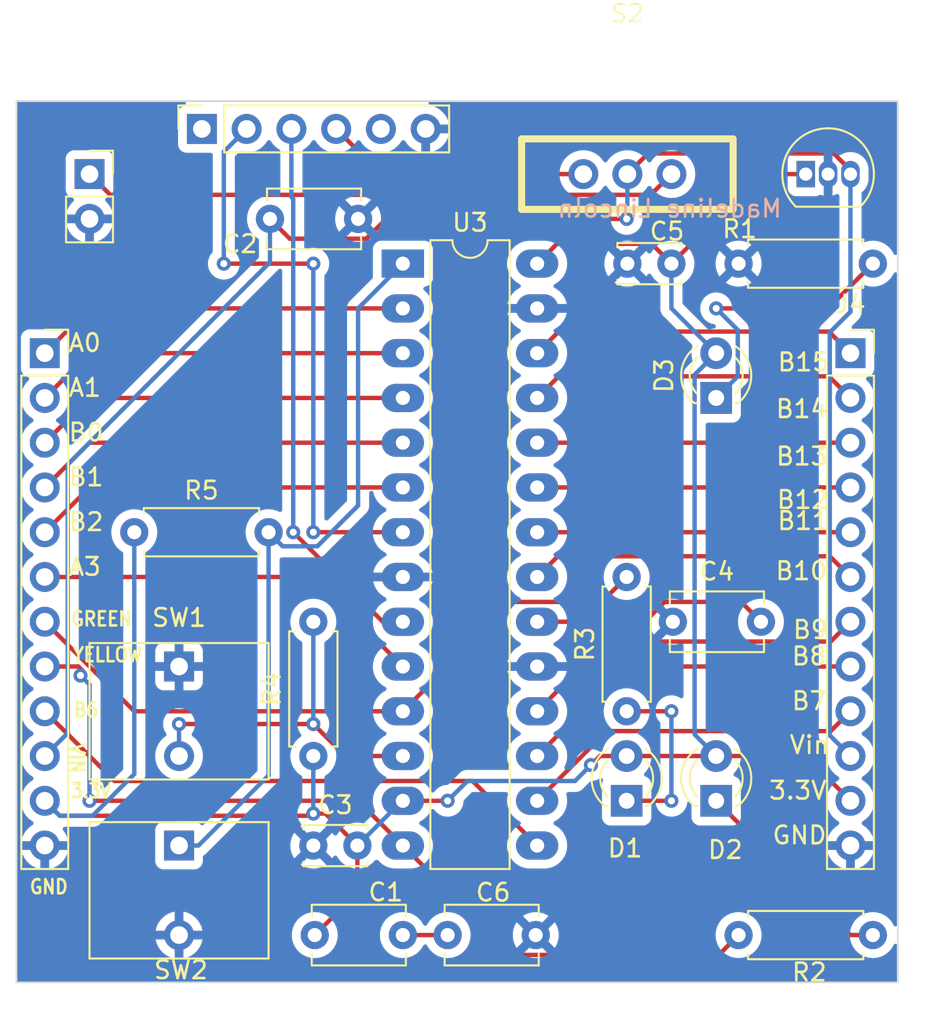
<source format=kicad_pcb>
(kicad_pcb (version 20221018) (generator pcbnew)
  (layers (0 "F.Cu" signal) (31 "B.Cu" signal) (34 "B.Paste" user) (35 "F.Paste" user) (36 "B.SilkS" user "B.Silkscreen") (37 "F.SilkS" user "F.Silkscreen") (38 "B.Mask" user) (39 "F.Mask" user) (44 "Edge.Cuts" user))
  (net 0 "")
  (net 1 "+3.3V")
  (net 2 "Net-(C1-Pad2)")
  (net 3 "/Vin")
  (net 4 "GND")
  (net 5 "Net-(U3-VCAP)")
  (net 6 "Net-(D1-K)")
  (net 7 "Net-(D2-K)")
  (net 8 "Net-(D3-K)")
  (net 10 "/U1TX")
  (net 11 "/U1RX")
  (net 12 "+5V")
  (net 14 "Net-(J2-Pin_1)")
  (net 15 "/A0")
  (net 16 "/A1")
  (net 17 "/B0")
  (net 18 "/B1")
  (net 19 "/B2")
  (net 20 "/A3")
  (net 21 "/GREEN")
  (net 22 "/YELLOW")
  (net 23 "/B6")
  (net 24 "/B15")
  (net 25 "/B14")
  (net 26 "/B13")
  (net 27 "/B12")
  (net 28 "/B11")
  (net 29 "/B10")
  (net 30 "/B9")
  (net 31 "/B8")
  (net 32 "/B7")
  (net 33 "/A4")
  (net 34 "Net-(U3-~{MCLR})")
  (footprint "Resistor_THT:R_Axial_DIN0207_L6.3mm_D2.5mm_P7.62mm_Horizontal" (layer "F.Cu") (at 106.68 124.46)
    (fp_text reference "R5" (at 3.81 -2.37) (layer "F.SilkS"))
    (fp_text value "10k")
    (fp_line (start 0.54 -1.37) (end 7.08 -1.37) (stroke (width 0.12)) (layer "F.SilkS"))
    (fp_line (start 0.54 -1.04) (end 0.54 -1.37) (stroke (width 0.12)) (layer "F.SilkS"))
    (fp_line (start 0.54 1.04) (end 0.54 1.37) (stroke (width 0.12)) (layer "F.SilkS"))
    (fp_line (start 0.54 1.37) (end 7.08 1.37) (stroke (width 0.12)) (layer "F.SilkS"))
    (fp_line (start 7.08 -1.37) (end 7.08 -1.04) (stroke (width 0.12)) (layer "F.SilkS"))
    (fp_line (start 7.08 1.37) (end 7.08 1.04) (stroke (width 0.12)) (layer "F.SilkS"))
    (pad "1" thru_hole circle (at 0 0) (size 1.6 1.6) (drill 0.8) (layers "*.Cu" "*.Mask") (net 1 "+3.3V"))
    (pad "2" thru_hole oval (at 7.62 0) (size 1.6 1.6) (drill 0.8) (layers "*.Cu" "*.Mask") (net 34 "Net-(U3-~{MCLR})"))
  )
  (footprint "Resistor_THT:R_Axial_DIN0207_L6.3mm_D2.5mm_P7.62mm_Horizontal" (layer "F.Cu") (at 134.62 134.62 90)
    (fp_text reference "R3" (at 3.81 -2.37 90) (layer "F.SilkS"))
    (fp_text value "330")
    (fp_line (start 0.54 -1.37) (end 7.08 -1.37) (stroke (width 0.12)) (layer "F.SilkS"))
    (fp_line (start 0.54 -1.04) (end 0.54 -1.37) (stroke (width 0.12)) (layer "F.SilkS"))
    (fp_line (start 0.54 1.04) (end 0.54 1.37) (stroke (width 0.12)) (layer "F.SilkS"))
    (fp_line (start 0.54 1.37) (end 7.08 1.37) (stroke (width 0.12)) (layer "F.SilkS"))
    (fp_line (start 7.08 -1.37) (end 7.08 -1.04) (stroke (width 0.12)) (layer "F.SilkS"))
    (fp_line (start 7.08 1.37) (end 7.08 1.04) (stroke (width 0.12)) (layer "F.SilkS"))
    (pad "1" thru_hole circle (at 0 0 90) (size 1.6 1.6) (drill 0.8) (layers "*.Cu" "*.Mask") (net 6 "Net-(D1-K)"))
    (pad "2" thru_hole oval (at 7.62 0 90) (size 1.6 1.6) (drill 0.8) (layers "*.Cu" "*.Mask") (net 21 "/GREEN"))
  )
  (footprint "Connector_PinSocket_2.54mm:PinSocket_1x06_P2.54mm_Vertical" (layer "F.Cu") (at 110.515 101.575 90)
    (fp_text reference "J1" hide)
    (fp_text value "CP2102")
    (fp_line (start -1.33 1.27) (end -1.33 14.03) (stroke (width 0.12)) (layer "F.SilkS"))
    (fp_line (start -1.33 1.27) (end 1.33 1.27) (stroke (width 0.12)) (layer "F.SilkS"))
    (fp_line (start -1.33 14.03) (end 1.33 14.03) (stroke (width 0.12)) (layer "F.SilkS"))
    (fp_line (start 0 -1.33) (end 1.33 -1.33) (stroke (width 0.12)) (layer "F.SilkS"))
    (fp_line (start 1.33 -1.33) (end 1.33 0) (stroke (width 0.12)) (layer "F.SilkS"))
    (fp_line (start 1.33 1.27) (end 1.33 14.03) (stroke (width 0.12)) (layer "F.SilkS"))
    (pad "1" thru_hole rect (at 0 0 90) (size 1.7 1.7) (drill 1) (layers "*.Cu" "*.Mask"))
    (pad "2" thru_hole oval (at 0 2.54 90) (size 1.7 1.7) (drill 1) (layers "*.Cu" "*.Mask") (net 10 "/U1TX"))
    (pad "3" thru_hole oval (at 0 5.08 90) (size 1.7 1.7) (drill 1) (layers "*.Cu" "*.Mask") (net 11 "/U1RX"))
    (pad "4" thru_hole oval (at 0 7.62 90) (size 1.7 1.7) (drill 1) (layers "*.Cu" "*.Mask") (net 12 "+5V"))
    (pad "5" thru_hole oval (at 0 10.16 90) (size 1.7 1.7) (drill 1) (layers "*.Cu" "*.Mask"))
    (pad "6" thru_hole oval (at 0 12.7 90) (size 1.7 1.7) (drill 1) (layers "*.Cu" "*.Mask") (net 4 "GND"))
  )
  (footprint "Capacitor_THT:C_Disc_D5.1mm_W3.2mm_P5.00mm" (layer "F.Cu") (at 124.46 147.32)
    (fp_text reference "C6" (at 2.584676 -2.418981) (layer "F.SilkS"))
    (fp_text value "1uF")
    (fp_line (start -0.17 -1.721) (end -0.17 -1.055) (stroke (width 0.12)) (layer "F.SilkS"))
    (fp_line (start -0.17 -1.721) (end 5.17 -1.721) (stroke (width 0.12)) (layer "F.SilkS"))
    (fp_line (start -0.17 1.055) (end -0.17 1.721) (stroke (width 0.12)) (layer "F.SilkS"))
    (fp_line (start -0.17 1.721) (end 5.17 1.721) (stroke (width 0.12)) (layer "F.SilkS"))
    (fp_line (start 5.17 -1.721) (end 5.17 -1.055) (stroke (width 0.12)) (layer "F.SilkS"))
    (fp_line (start 5.17 1.055) (end 5.17 1.721) (stroke (width 0.12)) (layer "F.SilkS"))
    (pad "1" thru_hole circle (at 0 0) (size 1.6 1.6) (drill 0.8) (layers "*.Cu" "*.Mask") (net 2 "Net-(C1-Pad2)"))
    (pad "2" thru_hole circle (at 5 0) (size 1.6 1.6) (drill 0.8) (layers "*.Cu" "*.Mask") (net 4 "GND"))
  )
  (footprint "Capacitor_THT:C_Disc_D5.1mm_W3.2mm_P5.00mm" (layer "F.Cu") (at 116.92 147.32)
    (fp_text reference "C1" (at 4.028311 -2.434108) (layer "F.SilkS"))
    (fp_text value "1uF")
    (fp_line (start -0.17 -1.721) (end -0.17 -1.055) (stroke (width 0.12)) (layer "F.SilkS"))
    (fp_line (start -0.17 -1.721) (end 5.17 -1.721) (stroke (width 0.12)) (layer "F.SilkS"))
    (fp_line (start -0.17 1.055) (end -0.17 1.721) (stroke (width 0.12)) (layer "F.SilkS"))
    (fp_line (start -0.17 1.721) (end 5.17 1.721) (stroke (width 0.12)) (layer "F.SilkS"))
    (fp_line (start 5.17 -1.721) (end 5.17 -1.055) (stroke (width 0.12)) (layer "F.SilkS"))
    (fp_line (start 5.17 1.055) (end 5.17 1.721) (stroke (width 0.12)) (layer "F.SilkS"))
    (pad "1" thru_hole circle (at 0 0) (size 1.6 1.6) (drill 0.8) (layers "*.Cu" "*.Mask") (net 1 "+3.3V"))
    (pad "2" thru_hole circle (at 5 0) (size 1.6 1.6) (drill 0.8) (layers "*.Cu" "*.Mask") (net 2 "Net-(C1-Pad2)"))
  )
  (footprint "Resistor_THT:R_Axial_DIN0207_L6.3mm_D2.5mm_P7.62mm_Horizontal" (layer "F.Cu") (at 140.97 109.22)
    (fp_text reference "R1" (at 0.059803 -1.965864) (layer "F.SilkS"))
    (fp_text value "330")
    (fp_line (start 0.54 -1.37) (end 7.08 -1.37) (stroke (width 0.12)) (layer "F.SilkS"))
    (fp_line (start 0.54 -1.04) (end 0.54 -1.37) (stroke (width 0.12)) (layer "F.SilkS"))
    (fp_line (start 0.54 1.04) (end 0.54 1.37) (stroke (width 0.12)) (layer "F.SilkS"))
    (fp_line (start 0.54 1.37) (end 7.08 1.37) (stroke (width 0.12)) (layer "F.SilkS"))
    (fp_line (start 7.08 -1.37) (end 7.08 -1.04) (stroke (width 0.12)) (layer "F.SilkS"))
    (fp_line (start 7.08 1.37) (end 7.08 1.04) (stroke (width 0.12)) (layer "F.SilkS"))
    (pad "1" thru_hole circle (at 0 0) (size 1.6 1.6) (drill 0.8) (layers "*.Cu" "*.Mask") (net 4 "GND"))
    (pad "2" thru_hole oval (at 7.62 0) (size 1.6 1.6) (drill 0.8) (layers "*.Cu" "*.Mask") (net 8 "Net-(D3-K)"))
  )
  (footprint "pic32board:push_button" (layer "F.Cu") (at 109.22 142.24)
    (fp_text reference "SW2" (at 0.106598 7.063109) (layer "F.SilkS"))
    (fp_text value "SW_Push")
    (fp_line (start -5.08 -1.33) (end -5.08 6.41) (stroke (width 0.12)) (layer "F.SilkS"))
    (fp_line (start -5.08 -1.33) (end 5.08 -1.33) (stroke (width 0.12)) (layer "F.SilkS"))
    (fp_line (start -5.08 6.41) (end 5.08 6.41) (stroke (width 0.12)) (layer "F.SilkS"))
    (fp_line (start 0 -1.33) (end 1.33 -1.33) (stroke (width 0.12)) (layer "F.SilkS"))
    (fp_line (start 5.08 -1.33) (end 5.08 6.41) (stroke (width 0.12)) (layer "F.SilkS"))
    (pad "1" thru_hole rect (at 0 0) (size 1.7 1.7) (drill 1) (layers "*.Cu" "*.Mask") (net 34 "Net-(U3-~{MCLR})"))
    (pad "2" thru_hole oval (at 0 5.08) (size 1.7 1.7) (drill 1) (layers "*.Cu" "*.Mask") (net 4 "GND"))
  )
  (footprint "LED_THT:LED_D3.0mm" (layer "F.Cu") (at 139.7 139.7 90)
    (fp_text reference "D2" (at -2.783452 0.516452 180) (layer "F.SilkS"))
    (fp_text value "YELLOW")
    (fp_line (start -0.29 -1.236) (end -0.29 -1.08) (stroke (width 0.12)) (layer "F.SilkS"))
    (fp_line (start -0.29 1.08) (end -0.29 1.236) (stroke (width 0.12)) (layer "F.SilkS"))
    (fp_arc (start -0.29 -1.235516) (mid 1.366487 -1.987659) (end 2.942335 -1.078608) (stroke (width 0.12)) (layer "F.SilkS"))
    (fp_arc (start 0.229039 -1.08) (mid 1.270117 -1.5) (end 2.31113 -1.079837) (stroke (width 0.12)) (layer "F.SilkS"))
    (fp_arc (start 2.31113 1.079837) (mid 1.270117 1.5) (end 0.229039 1.08) (stroke (width 0.12)) (layer "F.SilkS"))
    (fp_arc (start 2.942335 1.078608) (mid 1.366487 1.987659) (end -0.29 1.235516) (stroke (width 0.12)) (layer "F.SilkS"))
    (pad "1" thru_hole rect (at 0 0 90) (size 1.8 1.8) (drill 0.9) (layers "*.Cu" "*.Mask") (net 7 "Net-(D2-K)"))
    (pad "2" thru_hole circle (at 2.54 0 90) (size 1.8 1.8) (drill 0.9) (layers "*.Cu" "*.Mask") (net 1 "+3.3V"))
  )
  (footprint "Capacitor_THT:C_Disc_D3.4mm_W2.1mm_P2.50mm" (layer "F.Cu") (at 134.66 109.22)
    (fp_text reference "C5" (at 2.249288 -1.834053) (layer "F.SilkS"))
    (fp_text value "0.1uF")
    (fp_line (start -0.57 -1.17) (end -0.57 -0.925) (stroke (width 0.12)) (layer "F.SilkS"))
    (fp_line (start -0.57 -1.17) (end 3.07 -1.17) (stroke (width 0.12)) (layer "F.SilkS"))
    (fp_line (start -0.57 0.925) (end -0.57 1.17) (stroke (width 0.12)) (layer "F.SilkS"))
    (fp_line (start -0.57 1.17) (end 3.07 1.17) (stroke (width 0.12)) (layer "F.SilkS"))
    (fp_line (start 3.07 -1.17) (end 3.07 -0.925) (stroke (width 0.12)) (layer "F.SilkS"))
    (fp_line (start 3.07 0.925) (end 3.07 1.17) (stroke (width 0.12)) (layer "F.SilkS"))
    (pad "1" thru_hole circle (at 0 0) (size 1.6 1.6) (drill 0.8) (layers "*.Cu" "*.Mask") (net 4 "GND"))
    (pad "2" thru_hole circle (at 2.5 0) (size 1.6 1.6) (drill 0.8) (layers "*.Cu" "*.Mask") (net 1 "+3.3V"))
  )
  (footprint "Package_TO_SOT_THT:TO-92_Inline" (layer "F.Cu") (at 144.78 104.14)
    (fp_text reference "U2" hide)
    (fp_text value "AP7381")
    (fp_line (start -0.53 1.85) (end 3.07 1.85) (stroke (width 0.12)) (layer "F.SilkS"))
    (fp_arc (start -0.568478 1.838478) (mid -1.132087 -0.994977) (end 1.27 -2.6) (stroke (width 0.12)) (layer "F.SilkS"))
    (fp_arc (start 1.27 -2.6) (mid 3.672087 -0.994977) (end 3.108478 1.838478) (stroke (width 0.12)) (layer "F.SilkS"))
    (pad "1" thru_hole rect (at 0 0) (size 1.05 1.5) (drill 0.75) (layers "*.Cu" "*.Mask") (net 1 "+3.3V"))
    (pad "2" thru_hole oval (at 1.27 0) (size 1.05 1.5) (drill 0.75) (layers "*.Cu" "*.Mask") (net 4 "GND"))
    (pad "3" thru_hole oval (at 2.54 0) (size 1.05 1.5) (drill 0.75) (layers "*.Cu" "*.Mask") (net 3 "/Vin"))
  )
  (footprint "LED_THT:LED_D3.0mm" (layer "F.Cu") (at 134.62 139.7 90)
    (fp_text reference "D1" (at -2.692687 -0.091472 180) (layer "F.SilkS"))
    (fp_text value "GREEN")
    (fp_line (start -0.29 -1.236) (end -0.29 -1.08) (stroke (width 0.12)) (layer "F.SilkS"))
    (fp_line (start -0.29 1.08) (end -0.29 1.236) (stroke (width 0.12)) (layer "F.SilkS"))
    (fp_arc (start -0.29 -1.235516) (mid 1.366487 -1.987659) (end 2.942335 -1.078608) (stroke (width 0.12)) (layer "F.SilkS"))
    (fp_arc (start 0.229039 -1.08) (mid 1.270117 -1.5) (end 2.31113 -1.079837) (stroke (width 0.12)) (layer "F.SilkS"))
    (fp_arc (start 2.31113 1.079837) (mid 1.270117 1.5) (end 0.229039 1.08) (stroke (width 0.12)) (layer "F.SilkS"))
    (fp_arc (start 2.942335 1.078608) (mid 1.366487 1.987659) (end -0.29 1.235516) (stroke (width 0.12)) (layer "F.SilkS"))
    (pad "1" thru_hole rect (at 0 0 90) (size 1.8 1.8) (drill 0.9) (layers "*.Cu" "*.Mask") (net 6 "Net-(D1-K)"))
    (pad "2" thru_hole circle (at 2.54 0 90) (size 1.8 1.8) (drill 0.9) (layers "*.Cu" "*.Mask") (net 1 "+3.3V"))
  )
  (footprint "Connector_PinSocket_2.54mm:PinSocket_1x12_P2.54mm_Vertical" (layer "F.Cu") (at 147.32 114.3)
    (fp_text reference "J4" (at 0 -2.77) (layer "F.SilkS"))
    (fp_text value "RIGHT")
    (fp_line (start -1.33 1.27) (end -1.33 29.27) (stroke (width 0.12)) (layer "F.SilkS"))
    (fp_line (start -1.33 1.27) (end 1.33 1.27) (stroke (width 0.12)) (layer "F.SilkS"))
    (fp_line (start -1.33 29.27) (end 1.33 29.27) (stroke (width 0.12)) (layer "F.SilkS"))
    (fp_line (start 0 -1.33) (end 1.33 -1.33) (stroke (width 0.12)) (layer "F.SilkS"))
    (fp_line (start 1.33 -1.33) (end 1.33 0) (stroke (width 0.12)) (layer "F.SilkS"))
    (fp_line (start 1.33 1.27) (end 1.33 29.27) (stroke (width 0.12)) (layer "F.SilkS"))
    (pad "1" thru_hole rect (at 0 0) (size 1.7 1.7) (drill 1) (layers "*.Cu" "*.Mask") (net 24 "/B15"))
    (pad "2" thru_hole oval (at 0 2.54) (size 1.7 1.7) (drill 1) (layers "*.Cu" "*.Mask") (net 25 "/B14"))
    (pad "3" thru_hole oval (at 0 5.08) (size 1.7 1.7) (drill 1) (layers "*.Cu" "*.Mask") (net 26 "/B13"))
    (pad "4" thru_hole oval (at 0 7.62) (size 1.7 1.7) (drill 1) (layers "*.Cu" "*.Mask") (net 27 "/B12"))
    (pad "5" thru_hole oval (at 0 10.16) (size 1.7 1.7) (drill 1) (layers "*.Cu" "*.Mask") (net 28 "/B11"))
    (pad "6" thru_hole oval (at 0 12.7) (size 1.7 1.7) (drill 1) (layers "*.Cu" "*.Mask") (net 29 "/B10"))
    (pad "7" thru_hole oval (at 0 15.24) (size 1.7 1.7) (drill 1) (layers "*.Cu" "*.Mask") (net 30 "/B9"))
    (pad "8" thru_hole oval (at 0 17.78) (size 1.7 1.7) (drill 1) (layers "*.Cu" "*.Mask") (net 31 "/B8"))
    (pad "9" thru_hole oval (at 0 20.32) (size 1.7 1.7) (drill 1) (layers "*.Cu" "*.Mask") (net 32 "/B7"))
    (pad "10" thru_hole oval (at 0 22.86) (size 1.7 1.7) (drill 1) (layers "*.Cu" "*.Mask") (net 3 "/Vin"))
    (pad "11" thru_hole oval (at 0 25.4) (size 1.7 1.7) (drill 1) (layers "*.Cu" "*.Mask") (net 1 "+3.3V"))
    (pad "12" thru_hole oval (at 0 27.94) (size 1.7 1.7) (drill 1) (layers "*.Cu" "*.Mask") (net 4 "GND"))
  )
  (footprint "Connector_PinSocket_2.54mm:PinSocket_1x12_P2.54mm_Vertical" (layer "F.Cu") (at 101.6 114.3)
    (fp_text reference "J3" hide)
    (fp_text value "LEFT")
    (fp_line (start -1.33 1.27) (end -1.33 29.27) (stroke (width 0.12)) (layer "F.SilkS"))
    (fp_line (start -1.33 1.27) (end 1.33 1.27) (stroke (width 0.12)) (layer "F.SilkS"))
    (fp_line (start -1.33 29.27) (end 1.33 29.27) (stroke (width 0.12)) (layer "F.SilkS"))
    (fp_line (start 0 -1.33) (end 1.33 -1.33) (stroke (width 0.12)) (layer "F.SilkS"))
    (fp_line (start 1.33 -1.33) (end 1.33 0) (stroke (width 0.12)) (layer "F.SilkS"))
    (fp_line (start 1.33 1.27) (end 1.33 29.27) (stroke (width 0.12)) (layer "F.SilkS"))
    (pad "1" thru_hole rect (at 0 0) (size 1.7 1.7) (drill 1) (layers "*.Cu" "*.Mask") (net 15 "/A0"))
    (pad "2" thru_hole oval (at 0 2.54) (size 1.7 1.7) (drill 1) (layers "*.Cu" "*.Mask") (net 16 "/A1"))
    (pad "3" thru_hole oval (at 0 5.08) (size 1.7 1.7) (drill 1) (layers "*.Cu" "*.Mask") (net 17 "/B0"))
    (pad "4" thru_hole oval (at 0 7.62) (size 1.7 1.7) (drill 1) (layers "*.Cu" "*.Mask") (net 18 "/B1"))
    (pad "5" thru_hole oval (at 0 10.16) (size 1.7 1.7) (drill 1) (layers "*.Cu" "*.Mask") (net 19 "/B2"))
    (pad "6" thru_hole oval (at 0 12.7) (size 1.7 1.7) (drill 1) (layers "*.Cu" "*.Mask") (net 20 "/A3"))
    (pad "7" thru_hole oval (at 0 15.24) (size 1.7 1.7) (drill 1) (layers "*.Cu" "*.Mask") (net 21 "/GREEN"))
    (pad "8" thru_hole oval (at 0 17.78) (size 1.7 1.7) (drill 1) (layers "*.Cu" "*.Mask") (net 22 "/YELLOW"))
    (pad "9" thru_hole oval (at 0 20.32) (size 1.7 1.7) (drill 1) (layers "*.Cu" "*.Mask") (net 23 "/B6"))
    (pad "10" thru_hole oval (at 0 22.86) (size 1.7 1.7) (drill 1) (layers "*.Cu" "*.Mask") (net 3 "/Vin"))
    (pad "11" thru_hole oval (at 0 25.4) (size 1.7 1.7) (drill 1) (layers "*.Cu" "*.Mask") (net 1 "+3.3V"))
    (pad "12" thru_hole oval (at 0 27.94) (size 1.7 1.7) (drill 1) (layers "*.Cu" "*.Mask") (net 4 "GND"))
  )
  (footprint "Resistor_THT:R_Axial_DIN0207_L6.3mm_D2.5mm_P7.62mm_Horizontal" (layer "F.Cu") (at 148.59 147.32 180)
    (fp_text reference "R2" (at 3.604367 -2.109573) (layer "F.SilkS"))
    (fp_text value "330")
    (fp_line (start 0.54 -1.37) (end 7.08 -1.37) (stroke (width 0.12)) (layer "F.SilkS"))
    (fp_line (start 0.54 -1.04) (end 0.54 -1.37) (stroke (width 0.12)) (layer "F.SilkS"))
    (fp_line (start 0.54 1.04) (end 0.54 1.37) (stroke (width 0.12)) (layer "F.SilkS"))
    (fp_line (start 0.54 1.37) (end 7.08 1.37) (stroke (width 0.12)) (layer "F.SilkS"))
    (fp_line (start 7.08 -1.37) (end 7.08 -1.04) (stroke (width 0.12)) (layer "F.SilkS"))
    (fp_line (start 7.08 1.37) (end 7.08 1.04) (stroke (width 0.12)) (layer "F.SilkS"))
    (pad "1" thru_hole circle (at 0 0 180) (size 1.6 1.6) (drill 0.8) (layers "*.Cu" "*.Mask") (net 7 "Net-(D2-K)"))
    (pad "2" thru_hole oval (at 7.62 0 180) (size 1.6 1.6) (drill 0.8) (layers "*.Cu" "*.Mask") (net 22 "/YELLOW"))
  )
  (footprint "Capacitor_THT:C_Disc_D3.4mm_W2.1mm_P2.50mm" (layer "F.Cu") (at 116.84 142.24)
    (fp_text reference "C3" (at 1.25 -2.3) (layer "F.SilkS"))
    (fp_text value "0.1uF")
    (fp_line (start -0.57 -1.17) (end -0.57 -0.925) (stroke (width 0.12)) (layer "F.SilkS"))
    (fp_line (start -0.57 -1.17) (end 3.07 -1.17) (stroke (width 0.12)) (layer "F.SilkS"))
    (fp_line (start -0.57 0.925) (end -0.57 1.17) (stroke (width 0.12)) (layer "F.SilkS"))
    (fp_line (start -0.57 1.17) (end 3.07 1.17) (stroke (width 0.12)) (layer "F.SilkS"))
    (fp_line (start 3.07 -1.17) (end 3.07 -0.925) (stroke (width 0.12)) (layer "F.SilkS"))
    (fp_line (start 3.07 0.925) (end 3.07 1.17) (stroke (width 0.12)) (layer "F.SilkS"))
    (pad "1" thru_hole circle (at 0 0) (size 1.6 1.6) (drill 0.8) (layers "*.Cu" "*.Mask") (net 4 "GND"))
    (pad "2" thru_hole circle (at 2.5 0) (size 1.6 1.6) (drill 0.8) (layers "*.Cu" "*.Mask") (net 1 "+3.3V"))
  )
  (footprint "Resistor_THT:R_Axial_DIN0207_L6.3mm_D2.5mm_P7.62mm_Horizontal" (layer "F.Cu") (at 116.84 137.16 90)
    (fp_text reference "R4" (at 3.81 -2.37 90) (layer "F.SilkS"))
    (fp_text value "10k")
    (fp_line (start 0.54 -1.37) (end 7.08 -1.37) (stroke (width 0.12)) (layer "F.SilkS"))
    (fp_line (start 0.54 -1.04) (end 0.54 -1.37) (stroke (width 0.12)) (layer "F.SilkS"))
    (fp_line (start 0.54 1.04) (end 0.54 1.37) (stroke (width 0.12)) (layer "F.SilkS"))
    (fp_line (start 0.54 1.37) (end 7.08 1.37) (stroke (width 0.12)) (layer "F.SilkS"))
    (fp_line (start 7.08 -1.37) (end 7.08 -1.04) (stroke (width 0.12)) (layer "F.SilkS"))
    (fp_line (start 7.08 1.37) (end 7.08 1.04) (stroke (width 0.12)) (layer "F.SilkS"))
    (pad "1" thru_hole circle (at 0 0 90) (size 1.6 1.6) (drill 0.8) (layers "*.Cu" "*.Mask") (net 1 "+3.3V"))
    (pad "2" thru_hole oval (at 7.62 0 90) (size 1.6 1.6) (drill 0.8) (layers "*.Cu" "*.Mask") (net 33 "/A4"))
  )
  (footprint "pic32board:slideswitch" (layer "F.Cu") (at 134.66 104.14)
    (fp_text reference "S2" (at 0 -9.12 unlocked) (layer "F.SilkS") (effects (font (thickness 0.1))))
    (fp_text value "Slide Switch" hide)
    (fp_line (start -6 -2) (end -6 2) (stroke (width 0.4)) (layer "F.SilkS"))
    (fp_line (start -6 2) (end 6 2) (stroke (width 0.4)) (layer "F.SilkS"))
    (fp_line (start 6 -2) (end -6 -2) (stroke (width 0.4)) (layer "F.SilkS"))
    (fp_line (start 6 2) (end 6 -2) (stroke (width 0.4)) (layer "F.SilkS"))
    (pad "1" thru_hole circle (at -2.5 0) (size 1.7 1.7) (drill 1) (layers "*.Cu" "*.Mask") (net 12 "+5V"))
    (pad "2" thru_hole circle (at 0 0) (size 1.7 1.7) (drill 1) (layers "*.Cu" "*.Mask") (net 3 "/Vin"))
    (pad "3" thru_hole circle (at 2.5 0) (size 1.7 1.7) (drill 1) (layers "*.Cu" "*.Mask") (net 14 "Net-(J2-Pin_1)"))
  )
  (footprint "Capacitor_THT:C_Disc_D5.1mm_W3.2mm_P5.00mm" (layer "F.Cu") (at 137.24 129.54)
    (fp_text reference "C4" (at 2.5 -2.85) (layer "F.SilkS"))
    (fp_text value "1uF")
    (fp_line (start -0.17 -1.721) (end -0.17 -1.055) (stroke (width 0.12)) (layer "F.SilkS"))
    (fp_line (start -0.17 -1.721) (end 5.17 -1.721) (stroke (width 0.12)) (layer "F.SilkS"))
    (fp_line (start -0.17 1.055) (end -0.17 1.721) (stroke (width 0.12)) (layer "F.SilkS"))
    (fp_line (start -0.17 1.721) (end 5.17 1.721) (stroke (width 0.12)) (layer "F.SilkS"))
    (fp_line (start 5.17 -1.721) (end 5.17 -1.055) (stroke (width 0.12)) (layer "F.SilkS"))
    (fp_line (start 5.17 1.055) (end 5.17 1.721) (stroke (width 0.12)) (layer "F.SilkS"))
    (pad "1" thru_hole circle (at 0 0) (size 1.6 1.6) (drill 0.8) (layers "*.Cu" "*.Mask") (net 4 "GND"))
    (pad "2" thru_hole circle (at 5 0) (size 1.6 1.6) (drill 0.8) (layers "*.Cu" "*.Mask") (net 5 "Net-(U3-VCAP)"))
  )
  (footprint "Connector_PinSocket_2.54mm:PinSocket_1x02_P2.54mm_Vertical" (layer "F.Cu") (at 104.14 104.14)
    (fp_text reference "J2" hide)
    (fp_text value "Battery")
    (fp_line (start -1.33 1.27) (end -1.33 3.87) (stroke (width 0.12)) (layer "F.SilkS"))
    (fp_line (start -1.33 1.27) (end 1.33 1.27) (stroke (width 0.12)) (layer "F.SilkS"))
    (fp_line (start -1.33 3.87) (end 1.33 3.87) (stroke (width 0.12)) (layer "F.SilkS"))
    (fp_line (start 0 -1.33) (end 1.33 -1.33) (stroke (width 0.12)) (layer "F.SilkS"))
    (fp_line (start 1.33 -1.33) (end 1.33 0) (stroke (width 0.12)) (layer "F.SilkS"))
    (fp_line (start 1.33 1.27) (end 1.33 3.87) (stroke (width 0.12)) (layer "F.SilkS"))
    (pad "1" thru_hole rect (at 0 0) (size 1.7 1.7) (drill 1) (layers "*.Cu" "*.Mask") (net 14 "Net-(J2-Pin_1)"))
    (pad "2" thru_hole oval (at 0 2.54) (size 1.7 1.7) (drill 1) (layers "*.Cu" "*.Mask") (net 4 "GND"))
  )
  (footprint "pic32board:push_button" (layer "F.Cu") (at 109.22 132.08)
    (fp_text reference "SW1" (at 0 -2.77) (layer "F.SilkS"))
    (fp_text value "SW_Push")
    (fp_line (start -5.08 -1.33) (end -5.08 6.41) (stroke (width 0.12)) (layer "F.SilkS"))
    (fp_line (start -5.08 -1.33) (end 5.08 -1.33) (stroke (width 0.12)) (layer "F.SilkS"))
    (fp_line (start -5.08 6.41) (end 5.08 6.41) (stroke (width 0.12)) (layer "F.SilkS"))
    (fp_line (start 0 -1.33) (end 1.33 -1.33) (stroke (width 0.12)) (layer "F.SilkS"))
    (fp_line (start 5.08 -1.33) (end 5.08 6.41) (stroke (width 0.12)) (layer "F.SilkS"))
    (pad "1" thru_hole rect (at 0 0) (size 1.7 1.7) (drill 1) (layers "*.Cu" "*.Mask") (net 4 "GND"))
    (pad "2" thru_hole oval (at 0 5.08) (size 1.7 1.7) (drill 1) (layers "*.Cu" "*.Mask") (net 33 "/A4"))
  )
  (footprint "LED_THT:LED_D3.0mm" (layer "F.Cu") (at 139.7 116.84 90)
    (fp_text reference "D3" (at 1.27 -2.96 90) (layer "F.SilkS"))
    (fp_text value "RED LED")
    (fp_line (start -0.29 -1.236) (end -0.29 -1.08) (stroke (width 0.12)) (layer "F.SilkS"))
    (fp_line (start -0.29 1.08) (end -0.29 1.236) (stroke (width 0.12)) (layer "F.SilkS"))
    (fp_arc (start -0.29 -1.235516) (mid 1.366487 -1.987659) (end 2.942335 -1.078608) (stroke (width 0.12)) (layer "F.SilkS"))
    (fp_arc (start 0.229039 -1.08) (mid 1.270117 -1.5) (end 2.31113 -1.079837) (stroke (width 0.12)) (layer "F.SilkS"))
    (fp_arc (start 2.31113 1.079837) (mid 1.270117 1.5) (end 0.229039 1.08) (stroke (width 0.12)) (layer "F.SilkS"))
    (fp_arc (start 2.942335 1.078608) (mid 1.366487 1.987659) (end -0.29 1.235516) (stroke (width 0.12)) (layer "F.SilkS"))
    (pad "1" thru_hole rect (at 0 0 90) (size 1.8 1.8) (drill 0.9) (layers "*.Cu" "*.Mask") (net 8 "Net-(D3-K)"))
    (pad "2" thru_hole circle (at 2.54 0 90) (size 1.8 1.8) (drill 0.9) (layers "*.Cu" "*.Mask") (net 1 "+3.3V"))
  )
  (footprint "Package_DIP:DIP-28_W7.62mm_LongPads" (layer "F.Cu") (at 121.92 109.22)
    (fp_text reference "U3" (at 3.81 -2.33) (layer "F.SilkS"))
    (fp_text value "~")
    (fp_line (start 1.56 -1.33) (end 1.56 34.35) (stroke (width 0.12)) (layer "F.SilkS"))
    (fp_line (start 1.56 34.35) (end 6.06 34.35) (stroke (width 0.12)) (layer "F.SilkS"))
    (fp_line (start 2.81 -1.33) (end 1.56 -1.33) (stroke (width 0.12)) (layer "F.SilkS"))
    (fp_line (start 6.06 -1.33) (end 4.81 -1.33) (stroke (width 0.12)) (layer "F.SilkS"))
    (fp_line (start 6.06 34.35) (end 6.06 -1.33) (stroke (width 0.12)) (layer "F.SilkS"))
    (fp_arc (start 4.81 -1.33) (mid 3.81 -0.33) (end 2.81 -1.33) (stroke (width 0.12)) (layer "F.SilkS"))
    (pad "1" thru_hole rect (at 0 0) (size 2.4 1.6) (drill 0.8) (layers "*.Cu" "*.Mask") (net 34 "Net-(U3-~{MCLR})"))
    (pad "2" thru_hole oval (at 0 2.54) (size 2.4 1.6) (drill 0.8) (layers "*.Cu" "*.Mask") (net 15 "/A0"))
    (pad "3" thru_hole oval (at 0 5.08) (size 2.4 1.6) (drill 0.8) (layers "*.Cu" "*.Mask") (net 16 "/A1"))
    (pad "4" thru_hole oval (at 0 7.62) (size 2.4 1.6) (drill 0.8) (layers "*.Cu" "*.Mask") (net 17 "/B0"))
    (pad "5" thru_hole oval (at 0 10.16) (size 2.4 1.6) (drill 0.8) (layers "*.Cu" "*.Mask") (net 18 "/B1"))
    (pad "6" thru_hole oval (at 0 12.7) (size 2.4 1.6) (drill 0.8) (layers "*.Cu" "*.Mask") (net 19 "/B2"))
    (pad "7" thru_hole oval (at 0 15.24) (size 2.4 1.6) (drill 0.8) (layers "*.Cu" "*.Mask") (net 10 "/U1TX"))
    (pad "8" thru_hole oval (at 0 17.78) (size 2.4 1.6) (drill 0.8) (layers "*.Cu" "*.Mask") (net 4 "GND"))
    (pad "9" thru_hole oval (at 0 20.32) (size 2.4 1.6) (drill 0.8) (layers "*.Cu" "*.Mask") (net 11 "/U1RX"))
    (pad "10" thru_hole oval (at 0 22.86) (size 2.4 1.6) (drill 0.8) (layers "*.Cu" "*.Mask") (net 20 "/A3"))
    (pad "11" thru_hole oval (at 0 25.4) (size 2.4 1.6) (drill 0.8) (layers "*.Cu" "*.Mask") (net 21 "/GREEN"))
    (pad "12" thru_hole oval (at 0 27.94) (size 2.4 1.6) (drill 0.8) (layers "*.Cu" "*.Mask") (net 33 "/A4"))
    (pad "13" thru_hole oval (at 0 30.48) (size 2.4 1.6) (drill 0.8) (layers "*.Cu" "*.Mask") (net 1 "+3.3V"))
    (pad "14" thru_hole oval (at 0 33.02) (size 2.4 1.6) (drill 0.8) (layers "*.Cu" "*.Mask") (net 22 "/YELLOW"))
    (pad "15" thru_hole oval (at 7.62 33.02) (size 2.4 1.6) (drill 0.8) (layers "*.Cu" "*.Mask") (net 23 "/B6"))
    (pad "16" thru_hole oval (at 7.62 30.48) (size 2.4 1.6) (drill 0.8) (layers "*.Cu" "*.Mask") (net 32 "/B7"))
    (pad "17" thru_hole oval (at 7.62 27.94) (size 2.4 1.6) (drill 0.8) (layers "*.Cu" "*.Mask") (net 31 "/B8"))
    (pad "18" thru_hole oval (at 7.62 25.4) (size 2.4 1.6) (drill 0.8) (layers "*.Cu" "*.Mask") (net 30 "/B9"))
    (pad "19" thru_hole oval (at 7.62 22.86) (size 2.4 1.6) (drill 0.8) (layers "*.Cu" "*.Mask") (net 4 "GND"))
    (pad "20" thru_hole oval (at 7.62 20.32) (size 2.4 1.6) (drill 0.8) (layers "*.Cu" "*.Mask") (net 5 "Net-(U3-VCAP)"))
    (pad "21" thru_hole oval (at 7.62 17.78) (size 2.4 1.6) (drill 0.8) (layers "*.Cu" "*.Mask") (net 29 "/B10"))
    (pad "22" thru_hole oval (at 7.62 15.24) (size 2.4 1.6) (drill 0.8) (layers "*.Cu" "*.Mask") (net 28 "/B11"))
    (pad "23" thru_hole oval (at 7.62 12.7) (size 2.4 1.6) (drill 0.8) (layers "*.Cu" "*.Mask") (net 27 "/B12"))
    (pad "24" thru_hole oval (at 7.62 10.16) (size 2.4 1.6) (drill 0.8) (layers "*.Cu" "*.Mask") (net 26 "/B13"))
    (pad "25" thru_hole oval (at 7.62 7.62) (size 2.4 1.6) (drill 0.8) (layers "*.Cu" "*.Mask") (net 25 "/B14"))
    (pad "26" thru_hole oval (at 7.62 5.08) (size 2.4 1.6) (drill 0.8) (layers "*.Cu" "*.Mask") (net 24 "/B15"))
    (pad "27" thru_hole oval (at 7.62 2.54) (size 2.4 1.6) (drill 0.8) (layers "*.Cu" "*.Mask") (net 4 "GND"))
    (pad "28" thru_hole oval (at 7.62 0) (size 2.4 1.6) (drill 0.8) (layers "*.Cu" "*.Mask") (net 1 "+3.3V"))
  )
  (footprint "Capacitor_THT:C_Disc_D5.1mm_W3.2mm_P5.00mm" (layer "F.Cu") (at 114.38 106.68)
    (fp_text reference "C2" (at -1.697932 1.421274) (layer "F.SilkS"))
    (fp_text value "1uF")
    (fp_line (start -0.17 -1.721) (end -0.17 -1.055) (stroke (width 0.12)) (layer "F.SilkS"))
    (fp_line (start -0.17 -1.721) (end 5.17 -1.721) (stroke (width 0.12)) (layer "F.SilkS"))
    (fp_line (start -0.17 1.055) (end -0.17 1.721) (stroke (width 0.12)) (layer "F.SilkS"))
    (fp_line (start -0.17 1.721) (end 5.17 1.721) (stroke (width 0.12)) (layer "F.SilkS"))
    (fp_line (start 5.17 -1.721) (end 5.17 -1.055) (stroke (width 0.12)) (layer "F.SilkS"))
    (fp_line (start 5.17 1.055) (end 5.17 1.721) (stroke (width 0.12)) (layer "F.SilkS"))
    (pad "1" thru_hole circle (at 0 0) (size 1.6 1.6) (drill 0.8) (layers "*.Cu" "*.Mask") (net 3 "/Vin"))
    (pad "2" thru_hole circle (at 5 0) (size 1.6 1.6) (drill 0.8) (layers "*.Cu" "*.Mask") (net 4 "GND"))
  )
  (gr_line (start 150 150) (end 150 100) (stroke (width 0.1)) (layer "Edge.Cuts"))
  (gr_line (start 150 100) (end 100 100) (stroke (width 0.1)) (layer "Edge.Cuts"))
  (gr_line (start 100 100) (end 100 150) (stroke (width 0.1)) (layer "Edge.Cuts"))
  (gr_line (start 100 150) (end 150 150) (stroke (width 0.1)) (layer "Edge.Cuts"))
  (gr_text "Madeline Lincoln" (at 143.51 106.68) (layer "B.SilkS") (effects (font (size 1 1)) (justify left bottom mirror)))
  (gr_text "B7" (at 146.05 134.62) (layer "F.SilkS") (effects (font (size 1 1)) (justify right bottom)))
  (gr_text "GREEN" (at 103.021274 129.851927) (layer "F.SilkS") (effects (font (size 0.8 0.7)) (justify left bottom)))
  (gr_text "YELLOW" (at 103.112039 131.883343) (layer "F.SilkS") (effects (font (size 0.8 0.7)) (justify left bottom)))
  (gr_text "B11" (at 146.186853 124.39949) (layer "F.SilkS") (effects (font (size 1 1)) (justify right bottom)))
  (gr_text "GND" (at 100.666836 145.052294) (layer "F.SilkS") (effects (font (size 0.8 0.7)) (justify left bottom)))
  (gr_text "A3" (at 102.87 127) (layer "F.SilkS") (effects (font (size 1 1)) (justify left bottom)))
  (gr_text "A1" (at 102.87 116.84) (layer "F.SilkS") (effects (font (size 1 1)) (justify left bottom)))
  (gr_text "B0" (at 102.87 119.38) (layer "F.SilkS") (effects (font (size 1 1)) (justify left bottom)))
  (gr_text "3.3V" (at 146.05 139.7) (layer "F.SilkS") (effects (font (size 1 1)) (justify right bottom)))
  (gr_text "B2" (at 102.87 124.46) (layer "F.SilkS") (effects (font (size 1 1)) (justify left bottom)))
  (gr_text "VIN" (at 102.978613 136.36157 -90) (layer "F.SilkS") (effects (font (size 0.8 0.7)) (justify left bottom)))
  (gr_text "B14" (at 146.095382 118.048077) (layer "F.SilkS") (effects (font (size 1 1)) (justify right bottom)))
  (gr_text "B15" (at 146.201274 115.397142) (layer "F.SilkS") (effects (font (size 1 1)) (justify right bottom)))
  (gr_text "B6" (at 103.157421 135.014726) (layer "F.SilkS") (effects (font (size 0.8 0.7)) (justify left bottom)))
  (gr_text "B9" (at 146.118645 130.576096) (layer "F.SilkS") (effects (font (size 1 1)) (justify right bottom)))
  (gr_text "B10" (at 146.080961 127.243452) (layer "F.SilkS") (effects (font (size 1 1)) (justify right bottom)))
  (gr_text "Vin" (at 146.217108 137.114617) (layer "F.SilkS") (effects (font (size 1 1)) (justify right bottom)))
  (gr_text "A0" (at 102.87 114.3) (layer "F.SilkS") (effects (font (size 1 1)) (justify left bottom)))
  (gr_text "3.3V" (at 102.991019 139.610647) (layer "F.SilkS") (effects (font (size 0.8 0.7)) (justify left bottom)))
  (gr_text "B1" (at 102.87 121.92) (layer "F.SilkS") (effects (font (size 1 1)) (justify left bottom)))
  (gr_text "GND" (at 146.05 142.24) (layer "F.SilkS") (effects (font (size 1 1)) (justify right bottom)))
  (gr_text "B13" (at 146.111216 120.738645) (layer "F.SilkS") (effects (font (size 1 1)) (justify right bottom)))
  (gr_text "B8" (at 146.05 132.08) (layer "F.SilkS") (effects (font (size 1 1)) (justify right bottom)))
  (gr_text "B12" (at 146.156598 123.204421) (layer "F.SilkS") (effects (font (size 1 1)) (justify right bottom)))
  (segment (start 117.5245 140.4245) (end 116.84 140.4245) (width 0.25) (layer "F.Cu") (net 1))
  (segment (start 124.46 139.7) (end 121.92 139.7) (width 0.25) (layer "F.Cu") (net 1))
  (segment (start 136.035 108.095) (end 137.16 109.22) (width 0.25) (layer "F.Cu") (net 1))
  (segment (start 101.6 139.7) (end 102.45 140.55) (width 0.25) (layer "F.Cu") (net 1))
  (segment (start 144.78 104.14) (end 142.24 104.14) (width 0.25) (layer "F.Cu") (net 1))
  (segment (start 119.34 144.9) (end 116.92 147.32) (width 0.25) (layer "F.Cu") (net 1))
  (segment (start 130.665 108.095) (end 136.035 108.095) (width 0.25) (layer "F.Cu") (net 1))
  (segment (start 119.34 142.24) (end 117.5245 140.4245) (width 0.25) (layer "F.Cu") (net 1))
  (segment (start 144.78 137.16) (end 139.7 137.16) (width 0.25) (layer "F.Cu") (net 1))
  (segment (start 129.54 109.22) (end 130.665 108.095) (width 0.25) (layer "F.Cu") (net 1))
  (segment (start 102.45 140.55) (end 116.7145 140.55) (width 0.25) (layer "F.Cu") (net 1))
  (segment (start 134.62 137.16) (end 133.1046 137.16) (width 0.25) (layer "F.Cu") (net 1))
  (segment (start 142.24 104.14) (end 137.16 109.22) (width 0.25) (layer "F.Cu") (net 1))
  (segment (start 116.7145 140.55) (end 116.84 140.4245) (width 0.25) (layer "F.Cu") (net 1))
  (segment (start 147.32 139.7) (end 144.78 137.16) (width 0.25) (layer "F.Cu") (net 1))
  (segment (start 139.7 137.16) (end 134.62 137.16) (width 0.25) (layer "F.Cu") (net 1))
  (segment (start 133.1046 137.16) (end 132.5923 137.6723) (width 0.25) (layer "F.Cu") (net 1))
  (segment (start 119.34 142.24) (end 119.34 144.9) (width 0.25) (layer "F.Cu") (net 1))
  (via (at 116.84 140.4245) (size 0.8) (drill 0.4) (layers "F.Cu" "B.Cu") (net 1))
  (via (at 132.5923 137.6723) (size 0.8) (drill 0.4) (layers "F.Cu" "B.Cu") (net 1))
  (via (at 124.46 139.7) (size 0.8) (drill 0.4) (layers "F.Cu" "B.Cu") (net 1))
  (segment (start 139.7 137.16) (end 138.475 135.935) (width 0.25) (layer "B.Cu") (net 1))
  (segment (start 116.84 140.4245) (end 116.84 137.16) (width 0.25) (layer "B.Cu") (net 1))
  (segment (start 138.475 115.525) (end 139.7 114.3) (width 0.25) (layer "B.Cu") (net 1))
  (segment (start 104.315305 140.55) (end 102.45 140.55) (width 0.25) (layer "B.Cu") (net 1))
  (segment (start 138.475 135.935) (end 138.475 115.525) (width 0.25) (layer "B.Cu") (net 1))
  (segment (start 137.16 109.22) (end 137.16 111.76) (width 0.25) (layer "B.Cu") (net 1))
  (segment (start 125.585 138.575) (end 124.46 139.7) (width 0.25) (layer "B.Cu") (net 1))
  (segment (start 137.16 111.76) (end 139.7 114.3) (width 0.25) (layer "B.Cu") (net 1))
  (segment (start 121.88 139.7) (end 121.92 139.7) (width 0.25) (layer "B.Cu") (net 1))
  (segment (start 119.34 142.24) (end 121.88 139.7) (width 0.25) (layer "B.Cu") (net 1))
  (segment (start 106.68 124.46) (end 106.68 138.185305) (width 0.25) (layer "B.Cu") (net 1))
  (segment (start 106.68 138.185305) (end 104.315305 140.55) (width 0.25) (layer "B.Cu") (net 1))
  (segment (start 131.6896 138.575) (end 125.585 138.575) (width 0.25) (layer "B.Cu") (net 1))
  (segment (start 132.5923 137.6723) (end 131.6896 138.575) (width 0.25) (layer "B.Cu") (net 1))
  (segment (start 102.45 140.55) (end 101.6 139.7) (width 0.25) (layer "B.Cu") (net 1))
  (segment (start 124.46 147.32) (end 121.92 147.32) (width 0.25) (layer "F.Cu") (net 2))
  (segment (start 146.37 102.965) (end 147.32 103.915) (width 0.25) (layer "F.Cu") (net 3))
  (segment (start 115.505 107.805) (end 114.38 106.68) (width 0.25) (layer "F.Cu") (net 3))
  (segment (start 147.32 103.915) (end 147.32 104.14) (width 0.25) (layer "F.Cu") (net 3))
  (segment (start 120.970991 106.68) (end 119.845991 107.805) (width 0.25) (layer "F.Cu") (net 3))
  (segment (start 134.66 104.14) (end 135.835 102.965) (width 0.25) (layer "F.Cu") (net 3))
  (segment (start 135.835 102.965) (end 146.37 102.965) (width 0.25) (layer "F.Cu") (net 3))
  (segment (start 134.62 106.68) (end 120.970991 106.68) (width 0.25) (layer "F.Cu") (net 3))
  (segment (start 119.845991 107.805) (end 115.505 107.805) (width 0.25) (layer "F.Cu") (net 3))
  (via (at 134.62 106.68) (size 0.8) (drill 0.4) (layers "F.Cu" "B.Cu") (net 3))
  (segment (start 147.32 111.95) (end 146.145 113.125) (width 0.25) (layer "B.Cu") (net 3))
  (segment (start 134.66 106.64) (end 134.62 106.68) (width 0.25) (layer "B.Cu") (net 3))
  (segment (start 114.38 109.14) (end 114.38 106.68) (width 0.25) (layer "B.Cu") (net 3))
  (segment (start 102.9027 120.6173) (end 114.38 109.14) (width 0.25) (layer "B.Cu") (net 3))
  (segment (start 134.66 104.14) (end 134.66 106.64) (width 0.25) (layer "B.Cu") (net 3))
  (segment (start 146.145 113.125) (end 146.145 135.985) (width 0.25) (layer "B.Cu") (net 3))
  (segment (start 146.145 135.985) (end 147.32 137.16) (width 0.25) (layer "B.Cu") (net 3))
  (segment (start 101.6 137.16) (end 102.9027 135.8573) (width 0.25) (layer "B.Cu") (net 3))
  (segment (start 147.32 104.14) (end 147.32 111.95) (width 0.25) (layer "B.Cu") (net 3))
  (segment (start 102.9027 135.8573) (end 102.9027 120.6173) (width 0.25) (layer "B.Cu") (net 3))
  (segment (start 136.774009 128.415) (end 141.115 128.415) (width 0.25) (layer "F.Cu") (net 5))
  (segment (start 135.649009 129.54) (end 136.774009 128.415) (width 0.25) (layer "F.Cu") (net 5))
  (segment (start 129.54 129.54) (end 135.649009 129.54) (width 0.25) (layer "F.Cu") (net 5))
  (segment (start 141.115 128.415) (end 142.24 129.54) (width 0.25) (layer "F.Cu") (net 5))
  (segment (start 134.62 134.62) (end 137.16 134.62) (width 0.25) (layer "F.Cu") (net 6))
  (segment (start 137.16 139.7) (end 134.62 139.7) (width 0.25) (layer "F.Cu") (net 6))
  (via (at 137.16 139.7) (size 0.8) (drill 0.4) (layers "F.Cu" "B.Cu") (net 6))
  (via (at 137.16 134.62) (size 0.8) (drill 0.4) (layers "F.Cu" "B.Cu") (net 6))
  (segment (start 137.16 134.62) (end 137.16 139.7) (width 0.25) (layer "B.Cu") (net 6))
  (segment (start 147.32 147.32) (end 139.7 139.7) (width 0.25) (layer "F.Cu") (net 7))
  (segment (start 148.59 147.32) (end 147.32 147.32) (width 0.25) (layer "F.Cu") (net 7))
  (segment (start 148.59 109.22) (end 146.05 111.76) (width 0.25) (layer "F.Cu") (net 8))
  (segment (start 146.05 111.76) (end 139.7 111.76) (width 0.25) (layer "F.Cu") (net 8))
  (via (at 139.7 111.76) (size 0.8) (drill 0.4) (layers "F.Cu" "B.Cu") (net 8))
  (segment (start 140.925 112.985) (end 140.925 115.615) (width 0.25) (layer "B.Cu") (net 8))
  (segment (start 140.925 115.615) (end 139.7 116.84) (width 0.25) (layer "B.Cu") (net 8))
  (segment (start 139.7 111.76) (end 140.925 112.985) (width 0.25) (layer "B.Cu") (net 8))
  (segment (start 116.84 109.22) (end 111.76 109.22) (width 0.25) (layer "F.Cu") (net 10))
  (segment (start 121.92 124.46) (end 116.84 124.46) (width 0.25) (layer "F.Cu") (net 10))
  (via (at 116.84 124.46) (size 0.8) (drill 0.4) (layers "F.Cu" "B.Cu") (net 10))
  (via (at 111.76 109.22) (size 0.8) (drill 0.4) (layers "F.Cu" "B.Cu") (net 10))
  (via (at 113.055 101.575) (size 0.8) (drill 0.4) (layers "F.Cu" "B.Cu") (net 10))
  (via (at 116.84 109.22) (size 0.8) (drill 0.4) (layers "F.Cu" "B.Cu") (net 10))
  (segment (start 116.84 124.46) (end 116.84 109.22) (width 0.25) (layer "B.Cu") (net 10))
  (segment (start 111.76 102.87) (end 113.055 101.575) (width 0.25) (layer "B.Cu") (net 10))
  (segment (start 111.76 109.22) (end 111.76 102.87) (width 0.25) (layer "B.Cu") (net 10))
  (segment (start 121.92 129.54) (end 120.779503 129.54) (width 0.25) (layer "F.Cu") (net 11))
  (segment (start 120.779503 129.54) (end 115.699503 124.46) (width 0.25) (layer "F.Cu") (net 11))
  (via (at 115.699503 124.46) (size 0.8) (drill 0.4) (layers "F.Cu" "B.Cu") (net 11))
  (segment (start 115.699503 124.46) (end 115.699503 105.539503) (width 0.25) (layer "B.Cu") (net 11))
  (segment (start 115.699503 105.539503) (end 115.595 105.435) (width 0.25) (layer "B.Cu") (net 11))
  (segment (start 115.595 105.435) (end 115.595 101.575) (width 0.25) (layer "B.Cu") (net 11))
  (segment (start 118.135 101.575) (end 120.7 104.14) (width 0.25) (layer "F.Cu") (net 12))
  (segment (start 120.7 104.14) (end 132.16 104.14) (width 0.25) (layer "F.Cu") (net 12))
  (segment (start 105.315 105.315) (end 135.985 105.315) (width 0.25) (layer "F.Cu") (net 14))
  (segment (start 104.14 104.14) (end 105.315 105.315) (width 0.25) (layer "F.Cu") (net 14))
  (segment (start 135.985 105.315) (end 137.16 104.14) (width 0.25) (layer "F.Cu") (net 14))
  (segment (start 104.14 111.76) (end 101.6 114.3) (width 0.25) (layer "F.Cu") (net 15))
  (segment (start 121.92 111.76) (end 104.14 111.76) (width 0.25) (layer "F.Cu") (net 15))
  (segment (start 121.92 114.3) (end 104.14 114.3) (width 0.25) (layer "F.Cu") (net 16))
  (segment (start 104.14 114.3) (end 101.6 116.84) (width 0.25) (layer "F.Cu") (net 16))
  (segment (start 104.14 116.84) (end 101.6 119.38) (width 0.25) (layer "F.Cu") (net 17))
  (segment (start 121.92 116.84) (end 104.14 116.84) (width 0.25) (layer "F.Cu") (net 17))
  (segment (start 104.14 119.38) (end 101.6 121.92) (width 0.25) (layer "F.Cu") (net 18))
  (segment (start 121.92 119.38) (end 104.14 119.38) (width 0.25) (layer "F.Cu") (net 18))
  (segment (start 104.14 121.92) (end 101.6 124.46) (width 0.25) (layer "F.Cu") (net 19))
  (segment (start 121.92 121.92) (end 104.14 121.92) (width 0.25) (layer "F.Cu") (net 19))
  (segment (start 116.84 127) (end 101.6 127) (width 0.25) (layer "F.Cu") (net 20))
  (segment (start 121.92 132.08) (end 116.84 127) (width 0.25) (layer "F.Cu") (net 20))
  (segment (start 128.125 128.415) (end 133.205 128.415) (width 0.25) (layer "F.Cu") (net 21))
  (segment (start 121.92 134.62) (end 106.68 134.62) (width 0.25) (layer "F.Cu") (net 21))
  (segment (start 106.68 134.62) (end 101.6 129.54) (width 0.25) (layer "F.Cu") (net 21))
  (segment (start 133.205 128.415) (end 134.62 127) (width 0.25) (layer "F.Cu") (net 21))
  (segment (start 121.92 134.62) (end 128.125 128.415) (width 0.25) (layer "F.Cu") (net 21))
  (segment (start 139.845 148.445) (end 128.125 148.445) (width 0.25) (layer "F.Cu") (net 22))
  (segment (start 103.821802 132.398198) (end 103.6277 132.5923) (width 0.25) (layer "F.Cu") (net 22))
  (segment (start 128.125 148.445) (end 121.92 142.24) (width 0.25) (layer "F.Cu") (net 22))
  (segment (start 119.38 139.7) (end 121.92 142.24) (width 0.25) (layer "F.Cu") (net 22))
  (segment (start 140.97 147.32) (end 139.845 148.445) (width 0.25) (layer "F.Cu") (net 22))
  (segment (start 104.14 139.7) (end 119.38 139.7) (width 0.25) (layer "F.Cu") (net 22))
  (segment (start 101.6 132.08) (end 103.503604 132.08) (width 0.25) (layer "F.Cu") (net 22))
  (segment (start 103.503604 132.08) (end 103.821802 132.398198) (width 0.25) (layer "F.Cu") (net 22))
  (via (at 104.14 139.7) (size 0.8) (drill 0.4) (layers "F.Cu" "B.Cu") (net 22))
  (via (at 103.6277 132.5923) (size 0.8) (drill 0.4) (layers "F.Cu" "B.Cu") (net 22))
  (segment (start 103.6277 132.5923) (end 104.14 133.1046) (width 0.25) (layer "B.Cu") (net 22))
  (segment (start 104.14 133.1046) (end 104.14 139.7) (width 0.25) (layer "B.Cu") (net 22))
  (segment (start 105.555 138.575) (end 125.875 138.575) (width 0.25) (layer "F.Cu") (net 23))
  (segment (start 125.875 138.575) (end 129.54 142.24) (width 0.25) (layer "F.Cu") (net 23))
  (segment (start 101.6 134.62) (end 105.555 138.575) (width 0.25) (layer "F.Cu") (net 23))
  (segment (start 146.095 113.075) (end 147.32 114.3) (width 0.25) (layer "F.Cu") (net 24))
  (segment (start 130.765 113.075) (end 146.095 113.075) (width 0.25) (layer "F.Cu") (net 24))
  (segment (start 129.54 114.3) (end 130.765 113.075) (width 0.25) (layer "F.Cu") (net 24))
  (segment (start 146.095 115.615) (end 147.32 116.84) (width 0.25) (layer "F.Cu") (net 25))
  (segment (start 129.54 116.84) (end 130.765 115.615) (width 0.25) (layer "F.Cu") (net 25))
  (segment (start 130.765 115.615) (end 146.095 115.615) (width 0.25) (layer "F.Cu") (net 25))
  (segment (start 129.54 119.38) (end 147.32 119.38) (width 0.25) (layer "F.Cu") (net 26))
  (segment (start 147.32 121.92) (end 129.54 121.92) (width 0.25) (layer "F.Cu") (net 27))
  (segment (start 129.54 124.46) (end 147.32 124.46) (width 0.25) (layer "F.Cu") (net 28))
  (segment (start 147.32 127) (end 146.145 125.825) (width 0.25) (layer "F.Cu") (net 29))
  (segment (start 130.715 125.825) (end 129.54 127) (width 0.25) (layer "F.Cu") (net 29))
  (segment (start 146.145 125.825) (end 130.715 125.825) (width 0.25) (layer "F.Cu") (net 29))
  (segment (start 133.495 130.665) (end 129.54 134.62) (width 0.25) (layer "F.Cu") (net 30))
  (segment (start 147.32 129.54) (end 146.195 130.665) (width 0.25) (layer "F.Cu") (net 30))
  (segment (start 146.195 130.665) (end 133.495 130.665) (width 0.25) (layer "F.Cu") (net 30))
  (segment (start 134.62 132.08) (end 129.54 137.16) (width 0.25) (layer "F.Cu") (net 31))
  (segment (start 147.32 132.08) (end 134.62 132.08) (width 0.25) (layer "F.Cu") (net 31))
  (segment (start 133.495 135.745) (end 129.54 139.7) (width 0.25) (layer "F.Cu") (net 32))
  (segment (start 147.32 134.62) (end 146.195 135.745) (width 0.25) (layer "F.Cu") (net 32))
  (segment (start 146.195 135.745) (end 133.495 135.745) (width 0.25) (layer "F.Cu") (net 32))
  (segment (start 116.84 135.3445) (end 109.22 135.3445) (width 0.25) (layer "F.Cu") (net 33))
  (segment (start 121.92 137.16) (end 118.6555 137.16) (width 0.25) (layer "F.Cu") (net 33))
  (segment (start 118.6555 137.16) (end 116.84 135.3445) (width 0.25) (layer "F.Cu") (net 33))
  (via (at 109.22 135.3445) (size 0.8) (drill 0.4) (layers "F.Cu" "B.Cu") (net 33))
  (via (at 116.84 135.3445) (size 0.8) (drill 0.4) (layers "F.Cu" "B.Cu") (net 33))
  (segment (start 116.84 135.3445) (end 116.84 129.54) (width 0.25) (layer "B.Cu") (net 33))
  (segment (start 109.22 135.3445) (end 109.22 137.16) (width 0.25) (layer "B.Cu") (net 33))
  (segment (start 114.3 138.26) (end 114.3 124.46) (width 0.25) (layer "B.Cu") (net 34))
  (segment (start 114.3 124.46) (end 115.099999 125.259999) (width 0.25) (layer "B.Cu") (net 34))
  (segment (start 110.32 142.24) (end 114.3 138.26) (width 0.25) (layer "B.Cu") (net 34))
  (segment (start 117.065306 125.259999) (end 119.38 122.945305) (width 0.25) (layer "B.Cu") (net 34))
  (segment (start 119.38 111.76) (end 121.92 109.22) (width 0.25) (layer "B.Cu") (net 34))
  (segment (start 119.38 122.945305) (end 119.38 111.76) (width 0.25) (layer "B.Cu") (net 34))
  (segment (start 115.099999 125.259999) (end 117.065306 125.259999) (width 0.25) (layer "B.Cu") (net 34))
  (segment (start 109.22 142.24) (end 110.32 142.24) (width 0.25) (layer "B.Cu") (net 34))
  (zone (net 4) (net_name "GND") (layer "B.Cu") (connect_pads (clearance 0.5)) (min_thickness 0.25) (fill yes (thermal_gap 0.5) (thermal_bridge_width 0.5))
    (polygon (pts (xy 99.06 96.52) (xy 152.4 96.52) (xy 152.4 152.4) (xy 99.06 152.4)))
  )
)
</source>
